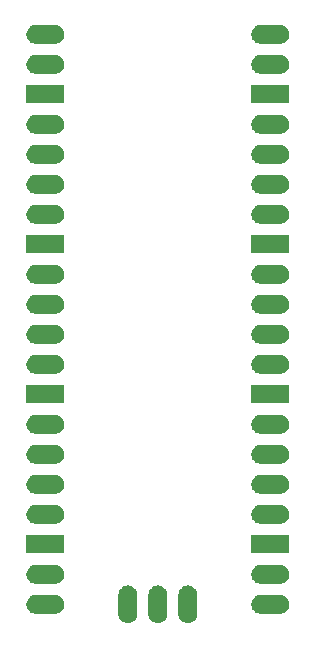
<source format=gtp>
G04 Layer: TopPasteMaskLayer*
G04 EasyEDA v6.5.20, 2023-09-02 21:33:51*
G04 a67cddfb3fce44daa9051d46cbbcc19f,10*
G04 Gerber Generator version 0.2*
G04 Scale: 100 percent, Rotated: No, Reflected: No *
G04 Dimensions in millimeters *
G04 leading zeros omitted , absolute positions ,4 integer and 5 decimal *
%FSLAX45Y45*%
%MOMM*%

%AMMACRO1*4,1,4,-1.5999,-0.8,-1.5999,0.8,1.5999,0.8,1.5999,-0.8,-1.5999,-0.8,0*%
%AMMACRO2*4,1,4,-1.5999,-0.8001,-1.5999,0.8001,1.5999,0.8001,1.5999,-0.8001,-1.5999,-0.8001,0*%
%ADD10MACRO1*%
%ADD11MACRO2*%

%LPD*%
G36*
X5872479Y9682970D02*
G01*
X5862853Y9683554D01*
X5853353Y9685307D01*
X5844108Y9688177D01*
X5835319Y9692139D01*
X5827039Y9697143D01*
X5819444Y9703087D01*
X5812612Y9709919D01*
X5806643Y9717539D01*
X5801639Y9725794D01*
X5797677Y9734608D01*
X5794806Y9743828D01*
X5793079Y9753328D01*
X5792495Y9762980D01*
X5793079Y9772606D01*
X5794806Y9782131D01*
X5797677Y9791352D01*
X5801639Y9800165D01*
X5806643Y9808420D01*
X5812612Y9816015D01*
X5819444Y9822848D01*
X5827039Y9828817D01*
X5835319Y9833820D01*
X5844108Y9837783D01*
X5853353Y9840653D01*
X5862853Y9842380D01*
X5872479Y9842964D01*
X6032500Y9842964D01*
X6042126Y9842380D01*
X6051626Y9840653D01*
X6060846Y9837783D01*
X6069660Y9833820D01*
X6077940Y9828817D01*
X6085535Y9822848D01*
X6092367Y9816015D01*
X6098336Y9808420D01*
X6103315Y9800165D01*
X6107277Y9791352D01*
X6110173Y9782131D01*
X6111900Y9772606D01*
X6112484Y9762980D01*
X6111900Y9753328D01*
X6110173Y9743828D01*
X6107277Y9734608D01*
X6103315Y9725794D01*
X6098336Y9717539D01*
X6092367Y9709919D01*
X6085535Y9703087D01*
X6077940Y9697143D01*
X6069660Y9692139D01*
X6060846Y9688177D01*
X6051626Y9685307D01*
X6042126Y9683554D01*
X6032500Y9682970D01*
G37*
G36*
X5872479Y9428975D02*
G01*
X5862853Y9429559D01*
X5853353Y9431312D01*
X5844108Y9434182D01*
X5835319Y9438144D01*
X5827039Y9443148D01*
X5819444Y9449092D01*
X5812612Y9455924D01*
X5806643Y9463544D01*
X5801639Y9471799D01*
X5797677Y9480613D01*
X5794806Y9489833D01*
X5793079Y9499333D01*
X5792495Y9508985D01*
X5793079Y9518611D01*
X5794806Y9528136D01*
X5797677Y9537357D01*
X5801639Y9546170D01*
X5806643Y9554425D01*
X5812612Y9562020D01*
X5819444Y9568853D01*
X5827039Y9574822D01*
X5835319Y9579825D01*
X5844108Y9583788D01*
X5853353Y9586658D01*
X5862853Y9588385D01*
X5872479Y9588969D01*
X6032500Y9588969D01*
X6042126Y9588385D01*
X6051626Y9586658D01*
X6060846Y9583788D01*
X6069660Y9579825D01*
X6077940Y9574822D01*
X6085535Y9568853D01*
X6092367Y9562020D01*
X6098336Y9554425D01*
X6103315Y9546170D01*
X6107277Y9537357D01*
X6110173Y9528136D01*
X6111900Y9518611D01*
X6112484Y9508985D01*
X6111900Y9499333D01*
X6110173Y9489833D01*
X6107277Y9480613D01*
X6103315Y9471799D01*
X6098336Y9463544D01*
X6092367Y9455924D01*
X6085535Y9449092D01*
X6077940Y9443148D01*
X6069660Y9438144D01*
X6060846Y9434182D01*
X6051626Y9431312D01*
X6042126Y9429559D01*
X6032500Y9428975D01*
G37*
D10*
G01*
X5952490Y9254972D03*
G36*
X5872479Y8920975D02*
G01*
X5862853Y8921559D01*
X5853353Y8923312D01*
X5844108Y8926182D01*
X5835319Y8930144D01*
X5827039Y8935148D01*
X5819444Y8941092D01*
X5812612Y8947924D01*
X5806643Y8955544D01*
X5801639Y8963799D01*
X5797677Y8972613D01*
X5794806Y8981833D01*
X5793079Y8991333D01*
X5792495Y9000985D01*
X5793079Y9010637D01*
X5794806Y9020136D01*
X5797677Y9029357D01*
X5801639Y9038170D01*
X5806643Y9046425D01*
X5812612Y9054020D01*
X5819444Y9060853D01*
X5827039Y9066822D01*
X5835319Y9071825D01*
X5844108Y9075788D01*
X5853353Y9078658D01*
X5862853Y9080411D01*
X5872479Y9080969D01*
X6032500Y9080969D01*
X6042126Y9080411D01*
X6051626Y9078658D01*
X6060846Y9075788D01*
X6069660Y9071825D01*
X6077940Y9066822D01*
X6085535Y9060853D01*
X6092367Y9054020D01*
X6098336Y9046425D01*
X6103315Y9038170D01*
X6107277Y9029357D01*
X6110173Y9020136D01*
X6111900Y9010637D01*
X6112484Y9000985D01*
X6111900Y8991333D01*
X6110173Y8981833D01*
X6107277Y8972613D01*
X6103315Y8963799D01*
X6098336Y8955544D01*
X6092367Y8947924D01*
X6085535Y8941092D01*
X6077940Y8935148D01*
X6069660Y8930144D01*
X6060846Y8926182D01*
X6051626Y8923312D01*
X6042126Y8921559D01*
X6032500Y8920975D01*
G37*
G36*
X5872479Y8666972D02*
G01*
X5862853Y8667556D01*
X5853353Y8669309D01*
X5844108Y8672179D01*
X5835319Y8676142D01*
X5827039Y8681145D01*
X5819444Y8687089D01*
X5812612Y8693922D01*
X5806643Y8701542D01*
X5801639Y8709797D01*
X5797677Y8718610D01*
X5794806Y8727831D01*
X5793079Y8737330D01*
X5792495Y8746982D01*
X5793079Y8756634D01*
X5794806Y8766134D01*
X5797677Y8775354D01*
X5801639Y8784168D01*
X5806643Y8792423D01*
X5812612Y8800017D01*
X5819444Y8806850D01*
X5827039Y8812819D01*
X5835319Y8817823D01*
X5844108Y8821785D01*
X5853353Y8824655D01*
X5862853Y8826408D01*
X5872479Y8826967D01*
X6032500Y8826967D01*
X6042126Y8826408D01*
X6051626Y8824655D01*
X6060846Y8821785D01*
X6069660Y8817823D01*
X6077940Y8812819D01*
X6085535Y8806850D01*
X6092367Y8800017D01*
X6098336Y8792423D01*
X6103315Y8784168D01*
X6107277Y8775354D01*
X6110173Y8766134D01*
X6111900Y8756634D01*
X6112484Y8746982D01*
X6111900Y8737330D01*
X6110173Y8727831D01*
X6107277Y8718610D01*
X6103315Y8709797D01*
X6098336Y8701542D01*
X6092367Y8693922D01*
X6085535Y8687089D01*
X6077940Y8681145D01*
X6069660Y8676142D01*
X6060846Y8672179D01*
X6051626Y8669309D01*
X6042126Y8667556D01*
X6032500Y8666972D01*
G37*
G36*
X5872479Y8412975D02*
G01*
X5862853Y8413559D01*
X5853353Y8415312D01*
X5844108Y8418182D01*
X5835319Y8422144D01*
X5827039Y8427148D01*
X5819444Y8433092D01*
X5812612Y8439924D01*
X5806643Y8447544D01*
X5801639Y8455799D01*
X5797677Y8464613D01*
X5794806Y8473833D01*
X5793079Y8483333D01*
X5792495Y8492985D01*
X5793079Y8502637D01*
X5794806Y8512136D01*
X5797677Y8521357D01*
X5801639Y8530170D01*
X5806643Y8538425D01*
X5812612Y8546020D01*
X5819444Y8552853D01*
X5827039Y8558822D01*
X5835319Y8563825D01*
X5844108Y8567788D01*
X5853353Y8570658D01*
X5862853Y8572411D01*
X5872479Y8572995D01*
X6032500Y8572995D01*
X6042126Y8572411D01*
X6051626Y8570658D01*
X6060846Y8567788D01*
X6069660Y8563825D01*
X6077940Y8558822D01*
X6085535Y8552853D01*
X6092367Y8546020D01*
X6098336Y8538425D01*
X6103315Y8530170D01*
X6107277Y8521357D01*
X6110173Y8512136D01*
X6111900Y8502637D01*
X6112484Y8492985D01*
X6111900Y8483333D01*
X6110173Y8473833D01*
X6107277Y8464613D01*
X6103315Y8455799D01*
X6098336Y8447544D01*
X6092367Y8439924D01*
X6085535Y8433092D01*
X6077940Y8427148D01*
X6069660Y8422144D01*
X6060846Y8418182D01*
X6051626Y8415312D01*
X6042126Y8413559D01*
X6032500Y8412975D01*
G37*
G36*
X5872479Y8158975D02*
G01*
X5862853Y8159559D01*
X5853353Y8161312D01*
X5844108Y8164182D01*
X5835319Y8168144D01*
X5827039Y8173148D01*
X5819444Y8179092D01*
X5812612Y8185924D01*
X5806643Y8193544D01*
X5801639Y8201799D01*
X5797677Y8210613D01*
X5794806Y8219833D01*
X5793079Y8229333D01*
X5792495Y8238985D01*
X5793079Y8248637D01*
X5794806Y8258136D01*
X5797677Y8267357D01*
X5801639Y8276170D01*
X5806643Y8284425D01*
X5812612Y8292045D01*
X5819444Y8298853D01*
X5827039Y8304822D01*
X5835319Y8309825D01*
X5844108Y8313788D01*
X5853353Y8316658D01*
X5862853Y8318411D01*
X5872479Y8318995D01*
X6032500Y8318995D01*
X6042126Y8318411D01*
X6051626Y8316658D01*
X6060846Y8313788D01*
X6069660Y8309825D01*
X6077940Y8304822D01*
X6085535Y8298853D01*
X6092367Y8292045D01*
X6098336Y8284425D01*
X6103315Y8276170D01*
X6107277Y8267357D01*
X6110173Y8258136D01*
X6111900Y8248637D01*
X6112484Y8238985D01*
X6111900Y8229333D01*
X6110173Y8219833D01*
X6107277Y8210613D01*
X6103315Y8201799D01*
X6098336Y8193544D01*
X6092367Y8185924D01*
X6085535Y8179092D01*
X6077940Y8173148D01*
X6069660Y8168144D01*
X6060846Y8164182D01*
X6051626Y8161312D01*
X6042126Y8159559D01*
X6032500Y8158975D01*
G37*
D11*
G01*
X5952490Y7984985D03*
G36*
X5872479Y7650975D02*
G01*
X5862853Y7651559D01*
X5853353Y7653312D01*
X5844108Y7656182D01*
X5835319Y7660144D01*
X5827039Y7665148D01*
X5819444Y7671092D01*
X5812612Y7677924D01*
X5806643Y7685544D01*
X5801639Y7693799D01*
X5797677Y7702613D01*
X5794806Y7711833D01*
X5793079Y7721333D01*
X5792495Y7730985D01*
X5793079Y7740637D01*
X5794806Y7750136D01*
X5797677Y7759357D01*
X5801639Y7768170D01*
X5806643Y7776425D01*
X5812612Y7784045D01*
X5819444Y7790853D01*
X5827039Y7796822D01*
X5835319Y7801825D01*
X5844108Y7805788D01*
X5853353Y7808658D01*
X5862853Y7810411D01*
X5872479Y7810995D01*
X6032500Y7810995D01*
X6042126Y7810411D01*
X6051626Y7808658D01*
X6060846Y7805788D01*
X6069660Y7801825D01*
X6077940Y7796822D01*
X6085535Y7790853D01*
X6092367Y7784045D01*
X6098336Y7776425D01*
X6103315Y7768170D01*
X6107277Y7759357D01*
X6110173Y7750136D01*
X6111900Y7740637D01*
X6112484Y7730985D01*
X6111900Y7721333D01*
X6110173Y7711833D01*
X6107277Y7702613D01*
X6103315Y7693799D01*
X6098336Y7685544D01*
X6092367Y7677924D01*
X6085535Y7671092D01*
X6077940Y7665148D01*
X6069660Y7660144D01*
X6060846Y7656182D01*
X6051626Y7653312D01*
X6042126Y7651559D01*
X6032500Y7650975D01*
G37*
G36*
X5872479Y7396975D02*
G01*
X5862853Y7397559D01*
X5853353Y7399312D01*
X5844108Y7402182D01*
X5835319Y7406144D01*
X5827039Y7411148D01*
X5819444Y7417092D01*
X5812612Y7423924D01*
X5806643Y7431544D01*
X5801639Y7439799D01*
X5797677Y7448613D01*
X5794806Y7457833D01*
X5793079Y7467333D01*
X5792495Y7476985D01*
X5793079Y7486637D01*
X5794806Y7496136D01*
X5797677Y7505357D01*
X5801639Y7514170D01*
X5806643Y7522425D01*
X5812612Y7530045D01*
X5819444Y7536853D01*
X5827039Y7542822D01*
X5835319Y7547825D01*
X5844108Y7551788D01*
X5853353Y7554658D01*
X5862853Y7556411D01*
X5872479Y7556995D01*
X6032500Y7556995D01*
X6042126Y7556411D01*
X6051626Y7554658D01*
X6060846Y7551788D01*
X6069660Y7547825D01*
X6077940Y7542822D01*
X6085535Y7536853D01*
X6092367Y7530045D01*
X6098336Y7522425D01*
X6103315Y7514170D01*
X6107277Y7505357D01*
X6110173Y7496136D01*
X6111900Y7486637D01*
X6112484Y7476985D01*
X6111900Y7467333D01*
X6110173Y7457833D01*
X6107277Y7448613D01*
X6103315Y7439799D01*
X6098336Y7431544D01*
X6092367Y7423924D01*
X6085535Y7417092D01*
X6077940Y7411148D01*
X6069660Y7406144D01*
X6060846Y7402182D01*
X6051626Y7399312D01*
X6042126Y7397559D01*
X6032500Y7396975D01*
G37*
G36*
X5872479Y7142975D02*
G01*
X5862853Y7143559D01*
X5853353Y7145312D01*
X5844108Y7148182D01*
X5835319Y7152144D01*
X5827039Y7157148D01*
X5819444Y7163117D01*
X5812612Y7169924D01*
X5806643Y7177544D01*
X5801639Y7185799D01*
X5797677Y7194613D01*
X5794806Y7203833D01*
X5793079Y7213333D01*
X5792495Y7222985D01*
X5793079Y7232637D01*
X5794806Y7242136D01*
X5797677Y7251357D01*
X5801639Y7260170D01*
X5806643Y7268425D01*
X5812612Y7276045D01*
X5819444Y7282878D01*
X5827039Y7288822D01*
X5835319Y7293825D01*
X5844108Y7297788D01*
X5853353Y7300658D01*
X5862853Y7302411D01*
X5872479Y7302995D01*
X6032500Y7302995D01*
X6042126Y7302411D01*
X6051626Y7300658D01*
X6060846Y7297788D01*
X6069660Y7293825D01*
X6077940Y7288822D01*
X6085535Y7282878D01*
X6092367Y7276045D01*
X6098336Y7268425D01*
X6103315Y7260170D01*
X6107277Y7251357D01*
X6110173Y7242136D01*
X6111900Y7232637D01*
X6112484Y7222985D01*
X6111900Y7213333D01*
X6110173Y7203833D01*
X6107277Y7194613D01*
X6103315Y7185799D01*
X6098336Y7177544D01*
X6092367Y7169924D01*
X6085535Y7163117D01*
X6077940Y7157148D01*
X6069660Y7152144D01*
X6060846Y7148182D01*
X6051626Y7145312D01*
X6042126Y7143559D01*
X6032500Y7142975D01*
G37*
G36*
X5872479Y6888975D02*
G01*
X5862853Y6889559D01*
X5853353Y6891312D01*
X5844108Y6894182D01*
X5835319Y6898144D01*
X5827039Y6903148D01*
X5819444Y6909117D01*
X5812612Y6915924D01*
X5806643Y6923544D01*
X5801639Y6931799D01*
X5797677Y6940613D01*
X5794806Y6949833D01*
X5793079Y6959333D01*
X5792495Y6968985D01*
X5793079Y6978637D01*
X5794806Y6988136D01*
X5797677Y6997357D01*
X5801639Y7006170D01*
X5806643Y7014425D01*
X5812612Y7022045D01*
X5819444Y7028878D01*
X5827039Y7034822D01*
X5835319Y7039825D01*
X5844108Y7043788D01*
X5853353Y7046658D01*
X5862853Y7048411D01*
X5872479Y7048995D01*
X6032500Y7048995D01*
X6042126Y7048411D01*
X6051626Y7046658D01*
X6060846Y7043788D01*
X6069660Y7039825D01*
X6077940Y7034822D01*
X6085535Y7028878D01*
X6092367Y7022045D01*
X6098336Y7014425D01*
X6103315Y7006170D01*
X6107277Y6997357D01*
X6110173Y6988136D01*
X6111900Y6978637D01*
X6112484Y6968985D01*
X6111900Y6959333D01*
X6110173Y6949833D01*
X6107277Y6940613D01*
X6103315Y6931799D01*
X6098336Y6923544D01*
X6092367Y6915924D01*
X6085535Y6909117D01*
X6077940Y6903148D01*
X6069660Y6898144D01*
X6060846Y6894182D01*
X6051626Y6891312D01*
X6042126Y6889559D01*
X6032500Y6888975D01*
G37*
G01*
X5952490Y6714985D03*
G36*
X5872479Y6380975D02*
G01*
X5862853Y6381559D01*
X5853353Y6383312D01*
X5844108Y6386182D01*
X5835319Y6390144D01*
X5827039Y6395148D01*
X5819444Y6401117D01*
X5812612Y6407924D01*
X5806643Y6415544D01*
X5801639Y6423799D01*
X5797677Y6432613D01*
X5794806Y6441833D01*
X5793079Y6451333D01*
X5792495Y6460985D01*
X5793079Y6470637D01*
X5794806Y6480136D01*
X5797677Y6489357D01*
X5801639Y6498170D01*
X5806643Y6506425D01*
X5812612Y6514045D01*
X5819444Y6520878D01*
X5827039Y6526822D01*
X5835319Y6531825D01*
X5844108Y6535788D01*
X5853353Y6538658D01*
X5862853Y6540411D01*
X5872479Y6540995D01*
X6032500Y6540995D01*
X6042126Y6540411D01*
X6051626Y6538658D01*
X6060846Y6535788D01*
X6069660Y6531825D01*
X6077940Y6526822D01*
X6085535Y6520878D01*
X6092367Y6514045D01*
X6098336Y6506425D01*
X6103315Y6498170D01*
X6107277Y6489357D01*
X6110173Y6480136D01*
X6111900Y6470637D01*
X6112484Y6460985D01*
X6111900Y6451333D01*
X6110173Y6441833D01*
X6107277Y6432613D01*
X6103315Y6423799D01*
X6098336Y6415544D01*
X6092367Y6407924D01*
X6085535Y6401117D01*
X6077940Y6395148D01*
X6069660Y6390144D01*
X6060846Y6386182D01*
X6051626Y6383312D01*
X6042126Y6381559D01*
X6032500Y6380975D01*
G37*
G36*
X5872479Y6126975D02*
G01*
X5862853Y6127559D01*
X5853353Y6129312D01*
X5844108Y6132182D01*
X5835319Y6136144D01*
X5827039Y6141148D01*
X5819444Y6147117D01*
X5812612Y6153950D01*
X5806643Y6161544D01*
X5801639Y6169799D01*
X5797677Y6178613D01*
X5794806Y6187833D01*
X5793079Y6197333D01*
X5792495Y6206985D01*
X5793079Y6216637D01*
X5794806Y6226136D01*
X5797677Y6235357D01*
X5801639Y6244170D01*
X5806643Y6252425D01*
X5812612Y6260045D01*
X5819444Y6266878D01*
X5827039Y6272822D01*
X5835319Y6277825D01*
X5844108Y6281788D01*
X5853353Y6284658D01*
X5862853Y6286411D01*
X5872479Y6286995D01*
X6032500Y6286995D01*
X6042126Y6286411D01*
X6051626Y6284658D01*
X6060846Y6281788D01*
X6069660Y6277825D01*
X6077940Y6272822D01*
X6085535Y6266878D01*
X6092367Y6260045D01*
X6098336Y6252425D01*
X6103315Y6244170D01*
X6107277Y6235357D01*
X6110173Y6226136D01*
X6111900Y6216637D01*
X6112484Y6206985D01*
X6111900Y6197333D01*
X6110173Y6187833D01*
X6107277Y6178613D01*
X6103315Y6169799D01*
X6098336Y6161544D01*
X6092367Y6153950D01*
X6085535Y6147117D01*
X6077940Y6141148D01*
X6069660Y6136144D01*
X6060846Y6132182D01*
X6051626Y6129312D01*
X6042126Y6127559D01*
X6032500Y6126975D01*
G37*
G36*
X5872479Y5873000D02*
G01*
X5862853Y5873559D01*
X5853353Y5875312D01*
X5844108Y5878182D01*
X5835319Y5882144D01*
X5827039Y5887148D01*
X5819444Y5893117D01*
X5812612Y5899950D01*
X5806643Y5907544D01*
X5801639Y5915799D01*
X5797677Y5924613D01*
X5794806Y5933833D01*
X5793079Y5943333D01*
X5792495Y5952985D01*
X5793079Y5962637D01*
X5794806Y5972136D01*
X5797677Y5981357D01*
X5801639Y5990170D01*
X5806643Y5998425D01*
X5812612Y6006045D01*
X5819444Y6012878D01*
X5827039Y6018822D01*
X5835319Y6023825D01*
X5844108Y6027788D01*
X5853353Y6030658D01*
X5862853Y6032411D01*
X5872479Y6032995D01*
X6032500Y6032995D01*
X6042126Y6032411D01*
X6051626Y6030658D01*
X6060846Y6027788D01*
X6069660Y6023825D01*
X6077940Y6018822D01*
X6085535Y6012878D01*
X6092367Y6006045D01*
X6098336Y5998425D01*
X6103315Y5990170D01*
X6107277Y5981357D01*
X6110173Y5972136D01*
X6111900Y5962637D01*
X6112484Y5952985D01*
X6111900Y5943333D01*
X6110173Y5933833D01*
X6107277Y5924613D01*
X6103315Y5915799D01*
X6098336Y5907544D01*
X6092367Y5899950D01*
X6085535Y5893117D01*
X6077940Y5887148D01*
X6069660Y5882144D01*
X6060846Y5878182D01*
X6051626Y5875312D01*
X6042126Y5873559D01*
X6032500Y5873000D01*
G37*
G36*
X5872479Y5619000D02*
G01*
X5862853Y5619559D01*
X5853353Y5621312D01*
X5844108Y5624182D01*
X5835319Y5628144D01*
X5827039Y5633148D01*
X5819444Y5639117D01*
X5812612Y5645950D01*
X5806643Y5653544D01*
X5801639Y5661799D01*
X5797677Y5670613D01*
X5794806Y5679833D01*
X5793079Y5689333D01*
X5792495Y5698985D01*
X5793079Y5708637D01*
X5794806Y5718136D01*
X5797677Y5727357D01*
X5801639Y5736170D01*
X5806643Y5744425D01*
X5812612Y5752045D01*
X5819444Y5758878D01*
X5827039Y5764822D01*
X5835319Y5769825D01*
X5844108Y5773788D01*
X5853353Y5776658D01*
X5862853Y5778411D01*
X5872479Y5778995D01*
X6032500Y5778995D01*
X6042126Y5778411D01*
X6051626Y5776658D01*
X6060846Y5773788D01*
X6069660Y5769825D01*
X6077940Y5764822D01*
X6085535Y5758878D01*
X6092367Y5752045D01*
X6098336Y5744425D01*
X6103315Y5736170D01*
X6107277Y5727357D01*
X6110173Y5718136D01*
X6111900Y5708637D01*
X6112484Y5698985D01*
X6111900Y5689333D01*
X6110173Y5679833D01*
X6107277Y5670613D01*
X6103315Y5661799D01*
X6098336Y5653544D01*
X6092367Y5645950D01*
X6085535Y5639117D01*
X6077940Y5633148D01*
X6069660Y5628144D01*
X6060846Y5624182D01*
X6051626Y5621312D01*
X6042126Y5619559D01*
X6032500Y5619000D01*
G37*
D10*
G01*
X5952490Y5444998D03*
G36*
X5872479Y5111000D02*
G01*
X5862853Y5111584D01*
X5853353Y5113312D01*
X5844108Y5116182D01*
X5835319Y5120144D01*
X5827039Y5125148D01*
X5819444Y5131117D01*
X5812612Y5137950D01*
X5806643Y5145544D01*
X5801639Y5153799D01*
X5797677Y5162613D01*
X5794806Y5171833D01*
X5793079Y5181358D01*
X5792495Y5190985D01*
X5793079Y5200637D01*
X5794806Y5210136D01*
X5797677Y5219357D01*
X5801639Y5228170D01*
X5806643Y5236425D01*
X5812612Y5244045D01*
X5819444Y5250878D01*
X5827039Y5256822D01*
X5835319Y5261825D01*
X5844108Y5265788D01*
X5853353Y5268658D01*
X5862853Y5270411D01*
X5872479Y5270995D01*
X6032500Y5270995D01*
X6042126Y5270411D01*
X6051626Y5268658D01*
X6060846Y5265788D01*
X6069660Y5261825D01*
X6077940Y5256822D01*
X6085535Y5250878D01*
X6092367Y5244045D01*
X6098336Y5236425D01*
X6103315Y5228170D01*
X6107277Y5219357D01*
X6110173Y5210136D01*
X6111900Y5200637D01*
X6112484Y5190985D01*
X6111900Y5181358D01*
X6110173Y5171833D01*
X6107277Y5162613D01*
X6103315Y5153799D01*
X6098336Y5145544D01*
X6092367Y5137950D01*
X6085535Y5131117D01*
X6077940Y5125148D01*
X6069660Y5120144D01*
X6060846Y5116182D01*
X6051626Y5113312D01*
X6042126Y5111584D01*
X6032500Y5111000D01*
G37*
G36*
X5872479Y4857000D02*
G01*
X5862853Y4857584D01*
X5853353Y4859312D01*
X5844108Y4862182D01*
X5835319Y4866144D01*
X5827039Y4871148D01*
X5819444Y4877117D01*
X5812612Y4883950D01*
X5806643Y4891544D01*
X5801639Y4899799D01*
X5797677Y4908613D01*
X5794806Y4917833D01*
X5793079Y4927358D01*
X5792495Y4936985D01*
X5793079Y4946637D01*
X5794806Y4956136D01*
X5797677Y4965357D01*
X5801639Y4974170D01*
X5806643Y4982425D01*
X5812612Y4990045D01*
X5819444Y4996878D01*
X5827039Y5002822D01*
X5835319Y5007825D01*
X5844108Y5011788D01*
X5853353Y5014658D01*
X5862853Y5016411D01*
X5872479Y5016995D01*
X6032500Y5016995D01*
X6042126Y5016411D01*
X6051626Y5014658D01*
X6060846Y5011788D01*
X6069660Y5007825D01*
X6077940Y5002822D01*
X6085535Y4996878D01*
X6092367Y4990045D01*
X6098336Y4982425D01*
X6103315Y4974170D01*
X6107277Y4965357D01*
X6110173Y4956136D01*
X6111900Y4946637D01*
X6112484Y4936985D01*
X6111900Y4927358D01*
X6110173Y4917833D01*
X6107277Y4908613D01*
X6103315Y4899799D01*
X6098336Y4891544D01*
X6092367Y4883950D01*
X6085535Y4877117D01*
X6077940Y4871148D01*
X6069660Y4866144D01*
X6060846Y4862182D01*
X6051626Y4859312D01*
X6042126Y4857584D01*
X6032500Y4857000D01*
G37*
G36*
X3967479Y4857000D02*
G01*
X3957853Y4857584D01*
X3948353Y4859312D01*
X3939133Y4862182D01*
X3930319Y4866144D01*
X3922039Y4871148D01*
X3914444Y4877117D01*
X3907612Y4883950D01*
X3901643Y4891544D01*
X3896664Y4899799D01*
X3892702Y4908613D01*
X3889806Y4917833D01*
X3888079Y4927358D01*
X3887495Y4936985D01*
X3888079Y4946637D01*
X3889806Y4956136D01*
X3892702Y4965357D01*
X3896664Y4974170D01*
X3901643Y4982425D01*
X3907612Y4990045D01*
X3914444Y4996878D01*
X3922039Y5002822D01*
X3930319Y5007825D01*
X3939133Y5011788D01*
X3948353Y5014658D01*
X3957853Y5016411D01*
X3967479Y5016995D01*
X4127500Y5016995D01*
X4137126Y5016411D01*
X4146626Y5014658D01*
X4155871Y5011788D01*
X4164660Y5007825D01*
X4172940Y5002822D01*
X4180535Y4996878D01*
X4187367Y4990045D01*
X4193336Y4982425D01*
X4198340Y4974170D01*
X4202302Y4965357D01*
X4205173Y4956136D01*
X4206900Y4946637D01*
X4207484Y4936985D01*
X4206900Y4927358D01*
X4205173Y4917833D01*
X4202302Y4908613D01*
X4198340Y4899799D01*
X4193336Y4891544D01*
X4187367Y4883950D01*
X4180535Y4877117D01*
X4172940Y4871148D01*
X4164660Y4866144D01*
X4155871Y4862182D01*
X4146626Y4859312D01*
X4137126Y4857584D01*
X4127500Y4857000D01*
G37*
G36*
X3967479Y5111000D02*
G01*
X3957853Y5111584D01*
X3948353Y5113312D01*
X3939133Y5116182D01*
X3930319Y5120144D01*
X3922039Y5125148D01*
X3914444Y5131117D01*
X3907612Y5137950D01*
X3901643Y5145544D01*
X3896664Y5153799D01*
X3892702Y5162613D01*
X3889806Y5171833D01*
X3888079Y5181358D01*
X3887495Y5190985D01*
X3888079Y5200637D01*
X3889806Y5210136D01*
X3892702Y5219357D01*
X3896664Y5228170D01*
X3901643Y5236425D01*
X3907612Y5244045D01*
X3914444Y5250878D01*
X3922039Y5256822D01*
X3930319Y5261825D01*
X3939133Y5265788D01*
X3948353Y5268658D01*
X3957853Y5270411D01*
X3967479Y5270995D01*
X4127500Y5270995D01*
X4137126Y5270411D01*
X4146626Y5268658D01*
X4155871Y5265788D01*
X4164660Y5261825D01*
X4172940Y5256822D01*
X4180535Y5250878D01*
X4187367Y5244045D01*
X4193336Y5236425D01*
X4198340Y5228170D01*
X4202302Y5219357D01*
X4205173Y5210136D01*
X4206900Y5200637D01*
X4207484Y5190985D01*
X4206900Y5181358D01*
X4205173Y5171833D01*
X4202302Y5162613D01*
X4198340Y5153799D01*
X4193336Y5145544D01*
X4187367Y5137950D01*
X4180535Y5131117D01*
X4172940Y5125148D01*
X4164660Y5120144D01*
X4155871Y5116182D01*
X4146626Y5113312D01*
X4137126Y5111584D01*
X4127500Y5111000D01*
G37*
G01*
X4047490Y5444998D03*
G36*
X3967479Y5619000D02*
G01*
X3957853Y5619559D01*
X3948353Y5621312D01*
X3939133Y5624182D01*
X3930319Y5628144D01*
X3922039Y5633148D01*
X3914444Y5639117D01*
X3907612Y5645950D01*
X3901643Y5653544D01*
X3896664Y5661799D01*
X3892702Y5670613D01*
X3889806Y5679833D01*
X3888079Y5689333D01*
X3887495Y5698985D01*
X3888079Y5708637D01*
X3889806Y5718136D01*
X3892702Y5727357D01*
X3896664Y5736170D01*
X3901643Y5744425D01*
X3907612Y5752045D01*
X3914444Y5758878D01*
X3922039Y5764822D01*
X3930319Y5769825D01*
X3939133Y5773788D01*
X3948353Y5776658D01*
X3957853Y5778411D01*
X3967479Y5778995D01*
X4127500Y5778995D01*
X4137126Y5778411D01*
X4146626Y5776658D01*
X4155871Y5773788D01*
X4164660Y5769825D01*
X4172940Y5764822D01*
X4180535Y5758878D01*
X4187367Y5752045D01*
X4193336Y5744425D01*
X4198340Y5736170D01*
X4202302Y5727357D01*
X4205173Y5718136D01*
X4206900Y5708637D01*
X4207484Y5698985D01*
X4206900Y5689333D01*
X4205173Y5679833D01*
X4202302Y5670613D01*
X4198340Y5661799D01*
X4193336Y5653544D01*
X4187367Y5645950D01*
X4180535Y5639117D01*
X4172940Y5633148D01*
X4164660Y5628144D01*
X4155871Y5624182D01*
X4146626Y5621312D01*
X4137126Y5619559D01*
X4127500Y5619000D01*
G37*
G36*
X3967479Y5873000D02*
G01*
X3957853Y5873559D01*
X3948353Y5875312D01*
X3939133Y5878182D01*
X3930319Y5882144D01*
X3922039Y5887148D01*
X3914444Y5893117D01*
X3907612Y5899950D01*
X3901643Y5907544D01*
X3896664Y5915799D01*
X3892702Y5924613D01*
X3889806Y5933833D01*
X3888079Y5943333D01*
X3887495Y5952985D01*
X3888079Y5962637D01*
X3889806Y5972136D01*
X3892702Y5981357D01*
X3896664Y5990170D01*
X3901643Y5998425D01*
X3907612Y6006045D01*
X3914444Y6012878D01*
X3922039Y6018822D01*
X3930319Y6023825D01*
X3939133Y6027788D01*
X3948353Y6030658D01*
X3957853Y6032411D01*
X3967479Y6032995D01*
X4127500Y6032995D01*
X4137126Y6032411D01*
X4146626Y6030658D01*
X4155871Y6027788D01*
X4164660Y6023825D01*
X4172940Y6018822D01*
X4180535Y6012878D01*
X4187367Y6006045D01*
X4193336Y5998425D01*
X4198340Y5990170D01*
X4202302Y5981357D01*
X4205173Y5972136D01*
X4206900Y5962637D01*
X4207484Y5952985D01*
X4206900Y5943333D01*
X4205173Y5933833D01*
X4202302Y5924613D01*
X4198340Y5915799D01*
X4193336Y5907544D01*
X4187367Y5899950D01*
X4180535Y5893117D01*
X4172940Y5887148D01*
X4164660Y5882144D01*
X4155871Y5878182D01*
X4146626Y5875312D01*
X4137126Y5873559D01*
X4127500Y5873000D01*
G37*
G36*
X3967479Y6126975D02*
G01*
X3957853Y6127559D01*
X3948353Y6129312D01*
X3939133Y6132182D01*
X3930319Y6136144D01*
X3922039Y6141148D01*
X3914444Y6147117D01*
X3907612Y6153950D01*
X3901643Y6161544D01*
X3896664Y6169799D01*
X3892702Y6178613D01*
X3889806Y6187833D01*
X3888079Y6197333D01*
X3887495Y6206985D01*
X3888079Y6216637D01*
X3889806Y6226136D01*
X3892702Y6235357D01*
X3896664Y6244170D01*
X3901643Y6252425D01*
X3907612Y6260045D01*
X3914444Y6266878D01*
X3922039Y6272822D01*
X3930319Y6277825D01*
X3939133Y6281788D01*
X3948353Y6284658D01*
X3957853Y6286411D01*
X3967479Y6286995D01*
X4127500Y6286995D01*
X4137126Y6286411D01*
X4146626Y6284658D01*
X4155871Y6281788D01*
X4164660Y6277825D01*
X4172940Y6272822D01*
X4180535Y6266878D01*
X4187367Y6260045D01*
X4193336Y6252425D01*
X4198340Y6244170D01*
X4202302Y6235357D01*
X4205173Y6226136D01*
X4206900Y6216637D01*
X4207484Y6206985D01*
X4206900Y6197333D01*
X4205173Y6187833D01*
X4202302Y6178613D01*
X4198340Y6169799D01*
X4193336Y6161544D01*
X4187367Y6153950D01*
X4180535Y6147117D01*
X4172940Y6141148D01*
X4164660Y6136144D01*
X4155871Y6132182D01*
X4146626Y6129312D01*
X4137126Y6127559D01*
X4127500Y6126975D01*
G37*
G36*
X3967479Y6380975D02*
G01*
X3957853Y6381559D01*
X3948353Y6383312D01*
X3939133Y6386182D01*
X3930319Y6390144D01*
X3922039Y6395148D01*
X3914444Y6401117D01*
X3907612Y6407924D01*
X3901643Y6415544D01*
X3896664Y6423799D01*
X3892702Y6432613D01*
X3889806Y6441833D01*
X3888079Y6451333D01*
X3887495Y6460985D01*
X3888079Y6470637D01*
X3889806Y6480136D01*
X3892702Y6489357D01*
X3896664Y6498170D01*
X3901643Y6506425D01*
X3907612Y6514045D01*
X3914444Y6520878D01*
X3922039Y6526822D01*
X3930319Y6531825D01*
X3939133Y6535788D01*
X3948353Y6538658D01*
X3957853Y6540411D01*
X3967479Y6540995D01*
X4127500Y6540995D01*
X4137126Y6540411D01*
X4146626Y6538658D01*
X4155871Y6535788D01*
X4164660Y6531825D01*
X4172940Y6526822D01*
X4180535Y6520878D01*
X4187367Y6514045D01*
X4193336Y6506425D01*
X4198340Y6498170D01*
X4202302Y6489357D01*
X4205173Y6480136D01*
X4206900Y6470637D01*
X4207484Y6460985D01*
X4206900Y6451333D01*
X4205173Y6441833D01*
X4202302Y6432613D01*
X4198340Y6423799D01*
X4193336Y6415544D01*
X4187367Y6407924D01*
X4180535Y6401117D01*
X4172940Y6395148D01*
X4164660Y6390144D01*
X4155871Y6386182D01*
X4146626Y6383312D01*
X4137126Y6381559D01*
X4127500Y6380975D01*
G37*
D11*
G01*
X4047490Y6714985D03*
G36*
X3967479Y6888975D02*
G01*
X3957853Y6889559D01*
X3948353Y6891312D01*
X3939133Y6894182D01*
X3930319Y6898144D01*
X3922039Y6903148D01*
X3914444Y6909117D01*
X3907612Y6915924D01*
X3901643Y6923544D01*
X3896664Y6931799D01*
X3892702Y6940613D01*
X3889806Y6949833D01*
X3888079Y6959333D01*
X3887495Y6968985D01*
X3888079Y6978637D01*
X3889806Y6988136D01*
X3892702Y6997357D01*
X3896664Y7006170D01*
X3901643Y7014425D01*
X3907612Y7022045D01*
X3914444Y7028878D01*
X3922039Y7034822D01*
X3930319Y7039825D01*
X3939133Y7043788D01*
X3948353Y7046658D01*
X3957853Y7048411D01*
X3967479Y7048995D01*
X4127500Y7048995D01*
X4137126Y7048411D01*
X4146626Y7046658D01*
X4155871Y7043788D01*
X4164660Y7039825D01*
X4172940Y7034822D01*
X4180535Y7028878D01*
X4187367Y7022045D01*
X4193336Y7014425D01*
X4198340Y7006170D01*
X4202302Y6997357D01*
X4205173Y6988136D01*
X4206900Y6978637D01*
X4207484Y6968985D01*
X4206900Y6959333D01*
X4205173Y6949833D01*
X4202302Y6940613D01*
X4198340Y6931799D01*
X4193336Y6923544D01*
X4187367Y6915924D01*
X4180535Y6909117D01*
X4172940Y6903148D01*
X4164660Y6898144D01*
X4155871Y6894182D01*
X4146626Y6891312D01*
X4137126Y6889559D01*
X4127500Y6888975D01*
G37*
G36*
X3967479Y7142975D02*
G01*
X3957853Y7143559D01*
X3948353Y7145312D01*
X3939133Y7148182D01*
X3930319Y7152144D01*
X3922039Y7157148D01*
X3914444Y7163117D01*
X3907612Y7169924D01*
X3901643Y7177544D01*
X3896664Y7185799D01*
X3892702Y7194613D01*
X3889806Y7203833D01*
X3888079Y7213333D01*
X3887495Y7222985D01*
X3888079Y7232637D01*
X3889806Y7242136D01*
X3892702Y7251357D01*
X3896664Y7260170D01*
X3901643Y7268425D01*
X3907612Y7276045D01*
X3914444Y7282878D01*
X3922039Y7288822D01*
X3930319Y7293825D01*
X3939133Y7297788D01*
X3948353Y7300658D01*
X3957853Y7302411D01*
X3967479Y7302995D01*
X4127500Y7302995D01*
X4137126Y7302411D01*
X4146626Y7300658D01*
X4155871Y7297788D01*
X4164660Y7293825D01*
X4172940Y7288822D01*
X4180535Y7282878D01*
X4187367Y7276045D01*
X4193336Y7268425D01*
X4198340Y7260170D01*
X4202302Y7251357D01*
X4205173Y7242136D01*
X4206900Y7232637D01*
X4207484Y7222985D01*
X4206900Y7213333D01*
X4205173Y7203833D01*
X4202302Y7194613D01*
X4198340Y7185799D01*
X4193336Y7177544D01*
X4187367Y7169924D01*
X4180535Y7163117D01*
X4172940Y7157148D01*
X4164660Y7152144D01*
X4155871Y7148182D01*
X4146626Y7145312D01*
X4137126Y7143559D01*
X4127500Y7142975D01*
G37*
G36*
X3967479Y7396975D02*
G01*
X3957853Y7397559D01*
X3948353Y7399312D01*
X3939133Y7402182D01*
X3930319Y7406144D01*
X3922039Y7411148D01*
X3914444Y7417092D01*
X3907612Y7423924D01*
X3901643Y7431544D01*
X3896664Y7439799D01*
X3892702Y7448613D01*
X3889806Y7457833D01*
X3888079Y7467333D01*
X3887495Y7476985D01*
X3888079Y7486637D01*
X3889806Y7496136D01*
X3892702Y7505357D01*
X3896664Y7514170D01*
X3901643Y7522425D01*
X3907612Y7530045D01*
X3914444Y7536853D01*
X3922039Y7542822D01*
X3930319Y7547825D01*
X3939133Y7551788D01*
X3948353Y7554658D01*
X3957853Y7556411D01*
X3967479Y7556995D01*
X4127500Y7556995D01*
X4137126Y7556411D01*
X4146626Y7554658D01*
X4155871Y7551788D01*
X4164660Y7547825D01*
X4172940Y7542822D01*
X4180535Y7536853D01*
X4187367Y7530045D01*
X4193336Y7522425D01*
X4198340Y7514170D01*
X4202302Y7505357D01*
X4205173Y7496136D01*
X4206900Y7486637D01*
X4207484Y7476985D01*
X4206900Y7467333D01*
X4205173Y7457833D01*
X4202302Y7448613D01*
X4198340Y7439799D01*
X4193336Y7431544D01*
X4187367Y7423924D01*
X4180535Y7417092D01*
X4172940Y7411148D01*
X4164660Y7406144D01*
X4155871Y7402182D01*
X4146626Y7399312D01*
X4137126Y7397559D01*
X4127500Y7396975D01*
G37*
G36*
X3967479Y7650975D02*
G01*
X3957853Y7651559D01*
X3948353Y7653312D01*
X3939133Y7656182D01*
X3930319Y7660144D01*
X3922039Y7665148D01*
X3914444Y7671092D01*
X3907612Y7677924D01*
X3901643Y7685544D01*
X3896664Y7693799D01*
X3892702Y7702613D01*
X3889806Y7711833D01*
X3888079Y7721333D01*
X3887495Y7730985D01*
X3888079Y7740637D01*
X3889806Y7750136D01*
X3892702Y7759357D01*
X3896664Y7768170D01*
X3901643Y7776425D01*
X3907612Y7784045D01*
X3914444Y7790853D01*
X3922039Y7796822D01*
X3930319Y7801825D01*
X3939133Y7805788D01*
X3948353Y7808658D01*
X3957853Y7810411D01*
X3967479Y7810995D01*
X4127500Y7810995D01*
X4137126Y7810411D01*
X4146626Y7808658D01*
X4155871Y7805788D01*
X4164660Y7801825D01*
X4172940Y7796822D01*
X4180535Y7790853D01*
X4187367Y7784045D01*
X4193336Y7776425D01*
X4198340Y7768170D01*
X4202302Y7759357D01*
X4205173Y7750136D01*
X4206900Y7740637D01*
X4207484Y7730985D01*
X4206900Y7721333D01*
X4205173Y7711833D01*
X4202302Y7702613D01*
X4198340Y7693799D01*
X4193336Y7685544D01*
X4187367Y7677924D01*
X4180535Y7671092D01*
X4172940Y7665148D01*
X4164660Y7660144D01*
X4155871Y7656182D01*
X4146626Y7653312D01*
X4137126Y7651559D01*
X4127500Y7650975D01*
G37*
G01*
X4047490Y7984985D03*
G36*
X3967479Y8158975D02*
G01*
X3957853Y8159559D01*
X3948353Y8161312D01*
X3939133Y8164182D01*
X3930319Y8168144D01*
X3922039Y8173148D01*
X3914444Y8179092D01*
X3907612Y8185924D01*
X3901643Y8193544D01*
X3896664Y8201799D01*
X3892702Y8210613D01*
X3889806Y8219833D01*
X3888079Y8229333D01*
X3887495Y8238985D01*
X3888079Y8248637D01*
X3889806Y8258136D01*
X3892702Y8267357D01*
X3896664Y8276170D01*
X3901643Y8284425D01*
X3907612Y8292045D01*
X3914444Y8298853D01*
X3922039Y8304822D01*
X3930319Y8309825D01*
X3939133Y8313788D01*
X3948353Y8316658D01*
X3957853Y8318411D01*
X3967479Y8318995D01*
X4127500Y8318995D01*
X4137126Y8318411D01*
X4146626Y8316658D01*
X4155871Y8313788D01*
X4164660Y8309825D01*
X4172940Y8304822D01*
X4180535Y8298853D01*
X4187367Y8292045D01*
X4193336Y8284425D01*
X4198340Y8276170D01*
X4202302Y8267357D01*
X4205173Y8258136D01*
X4206900Y8248637D01*
X4207484Y8238985D01*
X4206900Y8229333D01*
X4205173Y8219833D01*
X4202302Y8210613D01*
X4198340Y8201799D01*
X4193336Y8193544D01*
X4187367Y8185924D01*
X4180535Y8179092D01*
X4172940Y8173148D01*
X4164660Y8168144D01*
X4155871Y8164182D01*
X4146626Y8161312D01*
X4137126Y8159559D01*
X4127500Y8158975D01*
G37*
G36*
X3967479Y8412975D02*
G01*
X3957853Y8413559D01*
X3948353Y8415312D01*
X3939133Y8418182D01*
X3930319Y8422144D01*
X3922039Y8427148D01*
X3914444Y8433092D01*
X3907612Y8439924D01*
X3901643Y8447544D01*
X3896664Y8455799D01*
X3892702Y8464613D01*
X3889806Y8473833D01*
X3888079Y8483333D01*
X3887495Y8492985D01*
X3888079Y8502637D01*
X3889806Y8512136D01*
X3892702Y8521357D01*
X3896664Y8530170D01*
X3901643Y8538425D01*
X3907612Y8546020D01*
X3914444Y8552853D01*
X3922039Y8558822D01*
X3930319Y8563825D01*
X3939133Y8567788D01*
X3948353Y8570658D01*
X3957853Y8572411D01*
X3967479Y8572995D01*
X4127500Y8572995D01*
X4137126Y8572411D01*
X4146626Y8570658D01*
X4155871Y8567788D01*
X4164660Y8563825D01*
X4172940Y8558822D01*
X4180535Y8552853D01*
X4187367Y8546020D01*
X4193336Y8538425D01*
X4198340Y8530170D01*
X4202302Y8521357D01*
X4205173Y8512136D01*
X4206900Y8502637D01*
X4207484Y8492985D01*
X4206900Y8483333D01*
X4205173Y8473833D01*
X4202302Y8464613D01*
X4198340Y8455799D01*
X4193336Y8447544D01*
X4187367Y8439924D01*
X4180535Y8433092D01*
X4172940Y8427148D01*
X4164660Y8422144D01*
X4155871Y8418182D01*
X4146626Y8415312D01*
X4137126Y8413559D01*
X4127500Y8412975D01*
G37*
G36*
X3967479Y8666975D02*
G01*
X3957853Y8667559D01*
X3948353Y8669312D01*
X3939133Y8672182D01*
X3930319Y8676144D01*
X3922039Y8681148D01*
X3914444Y8687092D01*
X3907612Y8693924D01*
X3901643Y8701544D01*
X3896664Y8709799D01*
X3892702Y8718613D01*
X3889806Y8727833D01*
X3888079Y8737333D01*
X3887495Y8746985D01*
X3888079Y8756637D01*
X3889806Y8766136D01*
X3892702Y8775357D01*
X3896664Y8784170D01*
X3901643Y8792425D01*
X3907612Y8800020D01*
X3914444Y8806853D01*
X3922039Y8812822D01*
X3930319Y8817825D01*
X3939133Y8821788D01*
X3948353Y8824658D01*
X3957853Y8826411D01*
X3967479Y8826969D01*
X4127500Y8826969D01*
X4137126Y8826411D01*
X4146626Y8824658D01*
X4155871Y8821788D01*
X4164660Y8817825D01*
X4172940Y8812822D01*
X4180535Y8806853D01*
X4187367Y8800020D01*
X4193336Y8792425D01*
X4198340Y8784170D01*
X4202302Y8775357D01*
X4205173Y8766136D01*
X4206900Y8756637D01*
X4207484Y8746985D01*
X4206900Y8737333D01*
X4205173Y8727833D01*
X4202302Y8718613D01*
X4198340Y8709799D01*
X4193336Y8701544D01*
X4187367Y8693924D01*
X4180535Y8687092D01*
X4172940Y8681148D01*
X4164660Y8676144D01*
X4155871Y8672182D01*
X4146626Y8669312D01*
X4137126Y8667559D01*
X4127500Y8666975D01*
G37*
G36*
X3967479Y8920975D02*
G01*
X3957853Y8921559D01*
X3948353Y8923312D01*
X3939133Y8926182D01*
X3930319Y8930144D01*
X3922039Y8935148D01*
X3914444Y8941092D01*
X3907612Y8947924D01*
X3901643Y8955544D01*
X3896664Y8963799D01*
X3892702Y8972613D01*
X3889806Y8981833D01*
X3888079Y8991333D01*
X3887495Y9000985D01*
X3888079Y9010637D01*
X3889806Y9020136D01*
X3892702Y9029357D01*
X3896664Y9038170D01*
X3901643Y9046425D01*
X3907612Y9054020D01*
X3914444Y9060853D01*
X3922039Y9066822D01*
X3930319Y9071825D01*
X3939133Y9075788D01*
X3948353Y9078658D01*
X3957853Y9080411D01*
X3967479Y9080969D01*
X4127500Y9080969D01*
X4137126Y9080411D01*
X4146626Y9078658D01*
X4155871Y9075788D01*
X4164660Y9071825D01*
X4172940Y9066822D01*
X4180535Y9060853D01*
X4187367Y9054020D01*
X4193336Y9046425D01*
X4198340Y9038170D01*
X4202302Y9029357D01*
X4205173Y9020136D01*
X4206900Y9010637D01*
X4207484Y9000985D01*
X4206900Y8991333D01*
X4205173Y8981833D01*
X4202302Y8972613D01*
X4198340Y8963799D01*
X4193336Y8955544D01*
X4187367Y8947924D01*
X4180535Y8941092D01*
X4172940Y8935148D01*
X4164660Y8930144D01*
X4155871Y8926182D01*
X4146626Y8923312D01*
X4137126Y8921559D01*
X4127500Y8920975D01*
G37*
D10*
G01*
X4047490Y9254972D03*
G36*
X3967479Y9428975D02*
G01*
X3957853Y9429559D01*
X3948353Y9431312D01*
X3939133Y9434182D01*
X3930319Y9438144D01*
X3922039Y9443148D01*
X3914444Y9449092D01*
X3907612Y9455924D01*
X3901643Y9463544D01*
X3896664Y9471799D01*
X3892702Y9480613D01*
X3889806Y9489833D01*
X3888079Y9499333D01*
X3887495Y9508985D01*
X3888079Y9518611D01*
X3889806Y9528136D01*
X3892702Y9537357D01*
X3896664Y9546170D01*
X3901643Y9554425D01*
X3907612Y9562020D01*
X3914444Y9568853D01*
X3922039Y9574822D01*
X3930319Y9579825D01*
X3939133Y9583788D01*
X3948353Y9586658D01*
X3957853Y9588385D01*
X3967479Y9588969D01*
X4127500Y9588969D01*
X4137126Y9588385D01*
X4146626Y9586658D01*
X4155871Y9583788D01*
X4164660Y9579825D01*
X4172940Y9574822D01*
X4180535Y9568853D01*
X4187367Y9562020D01*
X4193336Y9554425D01*
X4198340Y9546170D01*
X4202302Y9537357D01*
X4205173Y9528136D01*
X4206900Y9518611D01*
X4207484Y9508985D01*
X4206900Y9499333D01*
X4205173Y9489833D01*
X4202302Y9480613D01*
X4198340Y9471799D01*
X4193336Y9463544D01*
X4187367Y9455924D01*
X4180535Y9449092D01*
X4172940Y9443148D01*
X4164660Y9438144D01*
X4155871Y9434182D01*
X4146626Y9431312D01*
X4137126Y9429559D01*
X4127500Y9428975D01*
G37*
G36*
X3967479Y9682975D02*
G01*
X3957853Y9683559D01*
X3948353Y9685312D01*
X3939133Y9688182D01*
X3930319Y9692144D01*
X3922039Y9697148D01*
X3914444Y9703092D01*
X3907612Y9709924D01*
X3901643Y9717544D01*
X3896664Y9725799D01*
X3892702Y9734613D01*
X3889806Y9743833D01*
X3888079Y9753333D01*
X3887495Y9762985D01*
X3888079Y9772611D01*
X3889806Y9782136D01*
X3892702Y9791357D01*
X3896664Y9800170D01*
X3901643Y9808425D01*
X3907612Y9816020D01*
X3914444Y9822853D01*
X3922039Y9828822D01*
X3930319Y9833825D01*
X3939133Y9837788D01*
X3948353Y9840658D01*
X3957853Y9842385D01*
X3967479Y9842969D01*
X4127500Y9842969D01*
X4137126Y9842385D01*
X4146626Y9840658D01*
X4155871Y9837788D01*
X4164660Y9833825D01*
X4172940Y9828822D01*
X4180535Y9822853D01*
X4187367Y9816020D01*
X4193336Y9808425D01*
X4198340Y9800170D01*
X4202302Y9791357D01*
X4205173Y9782136D01*
X4206900Y9772611D01*
X4207484Y9762985D01*
X4206900Y9753333D01*
X4205173Y9743833D01*
X4202302Y9734613D01*
X4198340Y9725799D01*
X4193336Y9717544D01*
X4187367Y9709924D01*
X4180535Y9703092D01*
X4172940Y9697148D01*
X4164660Y9692144D01*
X4155871Y9688182D01*
X4146626Y9685312D01*
X4137126Y9683559D01*
X4127500Y9682975D01*
G37*
G36*
X4919979Y5016995D02*
G01*
X4920564Y5026621D01*
X4922316Y5036146D01*
X4925186Y5045367D01*
X4929149Y5054155D01*
X4934153Y5062435D01*
X4940096Y5070030D01*
X4946929Y5076863D01*
X4954549Y5082832D01*
X4962804Y5087835D01*
X4971618Y5091798D01*
X4980838Y5094668D01*
X4990338Y5096395D01*
X4999990Y5096979D01*
X5009641Y5096395D01*
X5019141Y5094668D01*
X5028361Y5091798D01*
X5037175Y5087835D01*
X5045430Y5082832D01*
X5053050Y5076863D01*
X5059883Y5070030D01*
X5065826Y5062435D01*
X5070830Y5054155D01*
X5074793Y5045367D01*
X5077663Y5036146D01*
X5079415Y5026621D01*
X5080000Y5016995D01*
X5080000Y4857000D01*
X5079415Y4847348D01*
X5077663Y4837849D01*
X5074793Y4828628D01*
X5070830Y4819815D01*
X5065826Y4811534D01*
X5059883Y4803940D01*
X5053050Y4797107D01*
X5045430Y4791163D01*
X5037175Y4786160D01*
X5028361Y4782197D01*
X5019141Y4779327D01*
X5009641Y4777574D01*
X4999990Y4776990D01*
X4990338Y4777574D01*
X4980838Y4779327D01*
X4971618Y4782197D01*
X4962804Y4786160D01*
X4954549Y4791163D01*
X4946929Y4797107D01*
X4940096Y4803940D01*
X4934153Y4811534D01*
X4929149Y4819815D01*
X4925186Y4828628D01*
X4922316Y4837849D01*
X4920564Y4847348D01*
X4919979Y4857000D01*
G37*
G36*
X4665979Y5016995D02*
G01*
X4666564Y5026621D01*
X4668316Y5036146D01*
X4671186Y5045367D01*
X4675149Y5054155D01*
X4680153Y5062435D01*
X4686122Y5070030D01*
X4692929Y5076863D01*
X4700549Y5082832D01*
X4708804Y5087835D01*
X4717618Y5091798D01*
X4726838Y5094668D01*
X4736338Y5096395D01*
X4745990Y5096979D01*
X4755641Y5096395D01*
X4765141Y5094668D01*
X4774361Y5091798D01*
X4783175Y5087835D01*
X4791430Y5082832D01*
X4799050Y5076863D01*
X4805883Y5070030D01*
X4811826Y5062435D01*
X4816830Y5054155D01*
X4820793Y5045367D01*
X4823663Y5036146D01*
X4825415Y5026621D01*
X4826000Y5016995D01*
X4826000Y4857000D01*
X4825415Y4847348D01*
X4823663Y4837849D01*
X4820793Y4828628D01*
X4816830Y4819815D01*
X4811826Y4811534D01*
X4805883Y4803940D01*
X4799050Y4797107D01*
X4791430Y4791163D01*
X4783175Y4786160D01*
X4774361Y4782197D01*
X4765141Y4779327D01*
X4755641Y4777574D01*
X4745990Y4776990D01*
X4736338Y4777574D01*
X4726838Y4779327D01*
X4717618Y4782197D01*
X4708804Y4786160D01*
X4700549Y4791163D01*
X4692929Y4797107D01*
X4686122Y4803940D01*
X4680153Y4811534D01*
X4675149Y4819815D01*
X4671186Y4828628D01*
X4668316Y4837849D01*
X4666564Y4847348D01*
X4665979Y4857000D01*
G37*
G36*
X5173979Y5016995D02*
G01*
X5174564Y5026621D01*
X5176316Y5036146D01*
X5179186Y5045367D01*
X5183149Y5054155D01*
X5188153Y5062435D01*
X5194096Y5070030D01*
X5200929Y5076863D01*
X5208549Y5082832D01*
X5216804Y5087835D01*
X5225618Y5091798D01*
X5234838Y5094668D01*
X5244338Y5096395D01*
X5253990Y5096979D01*
X5263641Y5096395D01*
X5273141Y5094668D01*
X5282361Y5091798D01*
X5291175Y5087835D01*
X5299430Y5082832D01*
X5307050Y5076863D01*
X5313857Y5070030D01*
X5319826Y5062435D01*
X5324830Y5054155D01*
X5328793Y5045367D01*
X5331663Y5036146D01*
X5333415Y5026621D01*
X5334000Y5016995D01*
X5334000Y4857000D01*
X5333415Y4847348D01*
X5331663Y4837849D01*
X5328793Y4828628D01*
X5324830Y4819815D01*
X5319826Y4811534D01*
X5313857Y4803940D01*
X5307050Y4797107D01*
X5299430Y4791163D01*
X5291175Y4786160D01*
X5282361Y4782197D01*
X5273141Y4779327D01*
X5263641Y4777574D01*
X5253990Y4776990D01*
X5244338Y4777574D01*
X5234838Y4779327D01*
X5225618Y4782197D01*
X5216804Y4786160D01*
X5208549Y4791163D01*
X5200929Y4797107D01*
X5194096Y4803940D01*
X5188153Y4811534D01*
X5183149Y4819815D01*
X5179186Y4828628D01*
X5176316Y4837849D01*
X5174564Y4847348D01*
X5173979Y4857000D01*
G37*
M02*

</source>
